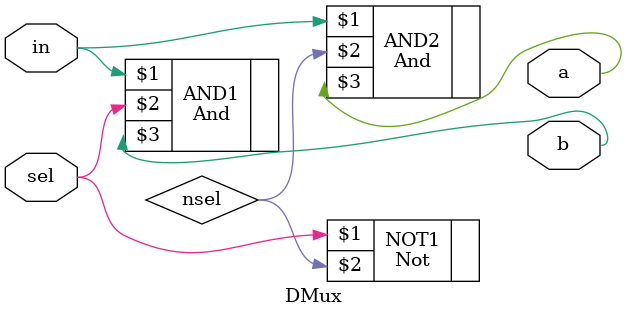
<source format=v>
/**
 * Demultiplexor:
 * {a, b} = {in, 0} if sel == 0
 *          {0, in} if sel == 1
 */

`default_nettype none
module DMux(
    input in,
    input sel,
    output a,
    output b
);

    // Put your code here:
    wire nsel;

    Not NOT1(sel, nsel);
    And AND1(in, sel, b);
    And AND2(in, nsel, a);
endmodule

</source>
